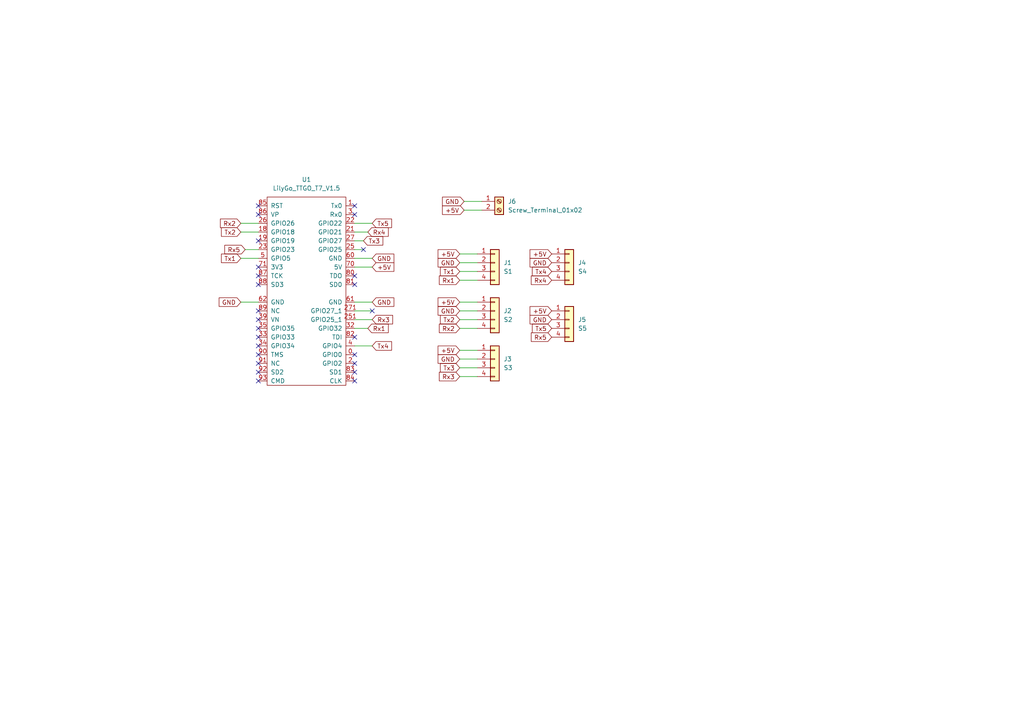
<source format=kicad_sch>
(kicad_sch (version 20211123) (generator eeschema)
  (paper "A4")
  (lib_symbols
    (symbol "Connector:Screw_Terminal_01x02" (pin_names (offset 1.016) hide)
      (property "Reference" "J" (at 0 2.54 0))
      (property "Value" "Screw_Terminal_01x02" (at 0 -5.08 0))
      (symbol "Screw_Terminal_01x02_1_1"
        (rectangle (start -1.27 1.27) (end 1.27 -3.81) (stroke (width 0.254)) (fill (type background)))
        (circle (center 0 -2.54) (radius 0.635) (stroke (width 0.1524)))
        (polyline (pts (xy -0.5334 -2.2098) (xy 0.3302 -3.048)) (stroke (width 0.1524)))
        (polyline (pts (xy -0.5334 0.3302) (xy 0.3302 -0.508)) (stroke (width 0.1524)))
        (polyline (pts (xy -0.3556 -2.032) (xy 0.508 -2.8702)) (stroke (width 0.1524)))
        (polyline (pts (xy -0.3556 0.508) (xy 0.508 -0.3302)) (stroke (width 0.1524)))
        (circle (center 0 0) (radius 0.635) (stroke (width 0.1524)))
        (pin passive line (at -5.08 0 0) (length 3.81) (name "Pin_1") (number "1"))
        (pin passive line (at -5.08 -2.54 0) (length 3.81) (name "Pin_2") (number "2"))
      )
    )
    (symbol "Connector_Generic:Conn_01x04" (pin_names (offset 1.016) hide)
      (property "Reference" "J" (at 0 5.08 0))
      (property "Value" "Conn_01x04" (at 0 -7.62 0))
      (symbol "Conn_01x04_1_1"
        (rectangle (start -1.27 -4.953) (end 0 -5.207) (stroke (width 0.1524)))
        (rectangle (start -1.27 -2.413) (end 0 -2.667) (stroke (width 0.1524)))
        (rectangle (start -1.27 0.127) (end 0 -0.127) (stroke (width 0.1524)))
        (rectangle (start -1.27 2.667) (end 0 2.413) (stroke (width 0.1524)))
        (rectangle (start -1.27 3.81) (end 1.27 -6.35) (stroke (width 0.254)) (fill (type background)))
        (pin passive line (at -5.08 2.54 0) (length 3.81) (name "Pin_1") (number "1"))
        (pin passive line (at -5.08 0 0) (length 3.81) (name "Pin_2") (number "2"))
        (pin passive line (at -5.08 -2.54 0) (length 3.81) (name "Pin_3") (number "3"))
        (pin passive line (at -5.08 -5.08 0) (length 3.81) (name "Pin_4") (number "4"))
      )
    )
    (symbol "MCU_Espressif:LilyGo_TTGO_T7_V1.5" (pin_names (offset 1.016))
      (property "Reference" "U" (at 0 -35.56 0))
      (property "Value" "LilyGo_TTGO_T7_V1.5" (at 1.27 21.59 0))
      (symbol "LilyGo_TTGO_T7_V1.5_0_1"
        (rectangle (start 12.7 -36.83) (end -10.16 17.78))
      )
      (symbol "LilyGo_TTGO_T7_V1.5_1_1"
        (pin bidirectional line (at 15.24 -27.94 180) (length 2.54) (name "GPIO0") (number "0"))
        (pin bidirectional line (at 15.24 15.24 180) (length 2.54) (name "Tx0") (number "1"))
        (pin bidirectional line (at -12.7 7.62 0) (length 2.54) (name "GPIO18") (number "18"))
        (pin bidirectional line (at -12.7 5.08 0) (length 2.54) (name "GPIO19") (number "19"))
        (pin bidirectional line (at 15.24 -30.48 180) (length 2.54) (name "GPIO2") (number "2"))
        (pin bidirectional line (at 15.24 7.62 180) (length 2.54) (name "GPIO21") (number "21"))
        (pin bidirectional line (at 15.24 10.16 180) (length 2.54) (name "GPIO22") (number "22"))
        (pin bidirectional line (at -12.7 2.54 0) (length 2.54) (name "GPIO23") (number "23"))
        (pin bidirectional line (at 15.24 2.54 180) (length 2.54) (name "GPIO25") (number "25"))
        (pin bidirectional line (at 15.24 -17.78 180) (length 2.54) (name "GPIO25_1") (number "251"))
        (pin bidirectional line (at -12.7 10.16 0) (length 2.54) (name "GPIO26") (number "26"))
        (pin bidirectional line (at 15.24 5.08 180) (length 2.54) (name "GPIO27") (number "27"))
        (pin bidirectional line (at 15.24 -15.24 180) (length 2.54) (name "GPIO27_1") (number "271"))
        (pin bidirectional line (at 15.24 12.7 180) (length 2.54) (name "Rx0") (number "3"))
        (pin bidirectional line (at 15.24 -20.32 180) (length 2.54) (name "GPIO32") (number "32"))
        (pin bidirectional line (at -12.7 -22.86 0) (length 2.54) (name "GPIO33") (number "33"))
        (pin bidirectional line (at -12.7 -25.4 0) (length 2.54) (name "GPIO34") (number "34"))
        (pin bidirectional line (at -12.7 -20.32 0) (length 2.54) (name "GPIO35") (number "35"))
        (pin bidirectional line (at -12.7 -17.78 0) (length 2.54) (name "VN") (number "39"))
        (pin bidirectional line (at 15.24 -25.4 180) (length 2.54) (name "GPIO4") (number "4"))
        (pin bidirectional line (at -12.7 0 0) (length 2.54) (name "GPIO5") (number "5"))
        (pin power_in line (at 15.24 0 180) (length 2.54) (name "GND") (number "60"))
        (pin power_in line (at 15.24 -12.7 180) (length 2.54) (name "GND") (number "61"))
        (pin bidirectional line (at -12.7 -12.7 0) (length 2.54) (name "GND") (number "62"))
        (pin power_in line (at 15.24 -2.54 180) (length 2.54) (name "5V") (number "70"))
        (pin bidirectional line (at -12.7 -2.54 0) (length 2.54) (name "3V3") (number "71"))
        (pin bidirectional line (at 15.24 -5.08 180) (length 2.54) (name "TDO") (number "80"))
        (pin bidirectional line (at 15.24 -7.62 180) (length 2.54) (name "SD0") (number "81"))
        (pin bidirectional line (at 15.24 -22.86 180) (length 2.54) (name "TDI") (number "82"))
        (pin bidirectional line (at 15.24 -33.02 180) (length 2.54) (name "SD1") (number "83"))
        (pin bidirectional line (at 15.24 -35.56 180) (length 2.54) (name "CLK") (number "84"))
        (pin bidirectional line (at -12.7 15.24 0) (length 2.54) (name "RST") (number "85"))
        (pin bidirectional line (at -12.7 12.7 0) (length 2.54) (name "VP") (number "86"))
        (pin bidirectional line (at -12.7 -5.08 0) (length 2.54) (name "TCK") (number "87"))
        (pin bidirectional line (at -12.7 -7.62 0) (length 2.54) (name "SD3") (number "88"))
        (pin bidirectional line (at -12.7 -15.24 0) (length 2.54) (name "NC") (number "89"))
        (pin bidirectional line (at -12.7 -27.94 0) (length 2.54) (name "TMS") (number "90"))
        (pin bidirectional line (at -12.7 -30.48 0) (length 2.54) (name "NC") (number "91"))
        (pin bidirectional line (at -12.7 -33.02 0) (length 2.54) (name "SD2") (number "92"))
        (pin bidirectional line (at -12.7 -35.56 0) (length 2.54) (name "CMD") (number "93"))
      )
    )
  )
  (no_connect (at 102.87 82.55))
  (no_connect (at 102.87 80.01))
  (no_connect (at 102.87 97.79))
  (no_connect (at 102.87 102.87))
  (no_connect (at 102.87 105.41))
  (no_connect (at 107.95 90.17))
  (no_connect (at 105.41 72.39))
  (no_connect (at 74.93 77.47))
  (no_connect (at 102.87 107.95))
  (no_connect (at 102.87 110.49))
  (no_connect (at 74.93 110.49))
  (no_connect (at 74.93 107.95))
  (no_connect (at 74.93 105.41))
  (no_connect (at 74.93 102.87))
  (no_connect (at 74.93 100.33))
  (no_connect (at 74.93 97.79))
  (no_connect (at 74.93 95.25))
  (no_connect (at 74.93 92.71))
  (no_connect (at 74.93 90.17))
  (no_connect (at 74.93 82.55))
  (no_connect (at 74.93 80.01))
  (no_connect (at 74.93 69.85))
  (no_connect (at 74.93 62.23))
  (no_connect (at 74.93 59.69))
  (no_connect (at 102.87 59.69))
  (no_connect (at 102.87 62.23))
  (wire (pts (xy 133.35 87.63) (xy 138.43 87.63)))
  (wire (pts (xy 71.12 72.39) (xy 74.93 72.39)))
  (wire (pts (xy 133.35 78.74) (xy 138.43 78.74)))
  (wire (pts (xy 133.35 104.14) (xy 138.43 104.14)))
  (wire (pts (xy 133.35 109.22) (xy 138.43 109.22)))
  (wire (pts (xy 106.68 67.31) (xy 102.87 67.31)))
  (wire (pts (xy 105.41 69.85) (xy 102.87 69.85)))
  (wire (pts (xy 107.95 74.93) (xy 102.87 74.93)))
  (wire (pts (xy 107.95 100.33) (xy 102.87 100.33)))
  (wire (pts (xy 133.35 92.71) (xy 138.43 92.71)))
  (wire (pts (xy 107.95 77.47) (xy 102.87 77.47)))
  (wire (pts (xy 133.35 76.2) (xy 138.43 76.2)))
  (wire (pts (xy 69.85 67.31) (xy 74.93 67.31)))
  (wire (pts (xy 105.41 72.39) (xy 102.87 72.39)))
  (wire (pts (xy 69.85 87.63) (xy 74.93 87.63)))
  (wire (pts (xy 133.35 81.28) (xy 138.43 81.28)))
  (wire (pts (xy 133.35 95.25) (xy 138.43 95.25)))
  (wire (pts (xy 107.95 64.77) (xy 102.87 64.77)))
  (wire (pts (xy 133.35 106.68) (xy 138.43 106.68)))
  (wire (pts (xy 133.35 90.17) (xy 138.43 90.17)))
  (wire (pts (xy 69.85 64.77) (xy 74.93 64.77)))
  (wire (pts (xy 107.95 90.17) (xy 102.87 90.17)))
  (wire (pts (xy 106.68 95.25) (xy 102.87 95.25)))
  (wire (pts (xy 107.95 92.71) (xy 102.87 92.71)))
  (wire (pts (xy 107.95 87.63) (xy 102.87 87.63)))
  (wire (pts (xy 69.85 74.93) (xy 74.93 74.93)))
  (wire (pts (xy 134.62 60.96) (xy 139.7 60.96)))
  (wire (pts (xy 133.35 73.66) (xy 138.43 73.66)))
  (wire (pts (xy 133.35 101.6) (xy 138.43 101.6)))
  (wire (pts (xy 134.62 58.42) (xy 139.7 58.42)))
  (global_label "Rx1" (shape input) (at 106.68 95.25 0) (property "Intersheet References" "${INTERSHEET_REFS}" (effects hide)))
  (global_label "+5V" (shape input) (at 160.02 73.66 180) (property "Intersheet References" "${INTERSHEET_REFS}" (effects hide)))
  (global_label "+5V" (shape input) (at 133.35 73.66 180) (property "Intersheet References" "${INTERSHEET_REFS}" (effects hide)))
  (global_label "GND" (shape input) (at 160.02 76.2 180) (property "Intersheet References" "${INTERSHEET_REFS}" (effects hide)))
  (global_label "Rx4" (shape input) (at 160.02 81.28 180) (property "Intersheet References" "${INTERSHEET_REFS}" (effects hide)))
  (global_label "Rx3" (shape input) (at 107.95 92.71 0) (property "Intersheet References" "${INTERSHEET_REFS}" (effects hide)))
  (global_label "+5V" (shape input) (at 160.02 90.17 180) (property "Intersheet References" "${INTERSHEET_REFS}" (effects hide)))
  (global_label "Tx2" (shape input) (at 69.85 67.31 180) (property "Intersheet References" "${INTERSHEET_REFS}" (effects hide)))
  (global_label "+5V" (shape input) (at 133.35 87.63 180) (property "Intersheet References" "${INTERSHEET_REFS}" (effects hide)))
  (global_label "GND" (shape input) (at 107.95 87.63 0) (property "Intersheet References" "${INTERSHEET_REFS}" (effects hide)))
  (global_label "Rx5" (shape input) (at 71.12 72.39 180) (property "Intersheet References" "${INTERSHEET_REFS}" (effects hide)))
  (global_label "+5V" (shape input) (at 107.95 77.47 0) (property "Intersheet References" "${INTERSHEET_REFS}" (effects hide)))
  (global_label "Tx5" (shape input) (at 107.95 64.77 0) (property "Intersheet References" "${INTERSHEET_REFS}" (effects hide)))
  (global_label "Rx4" (shape input) (at 106.68 67.31 0) (property "Intersheet References" "${INTERSHEET_REFS}" (effects hide)))
  (global_label "GND" (shape input) (at 134.62 58.42 180) (property "Intersheet References" "${INTERSHEET_REFS}" (effects hide)))
  (global_label "GND" (shape input) (at 133.35 90.17 180) (property "Intersheet References" "${INTERSHEET_REFS}" (effects hide)))
  (global_label "Tx4" (shape input) (at 160.02 78.74 180) (property "Intersheet References" "${INTERSHEET_REFS}" (effects hide)))
  (global_label "Rx3" (shape input) (at 133.35 109.22 180) (property "Intersheet References" "${INTERSHEET_REFS}" (effects hide)))
  (global_label "Tx3" (shape input) (at 133.35 106.68 180) (property "Intersheet References" "${INTERSHEET_REFS}" (effects hide)))
  (global_label "Tx5" (shape input) (at 160.02 95.25 180) (property "Intersheet References" "${INTERSHEET_REFS}" (effects hide)))
  (global_label "GND" (shape input) (at 69.85 87.63 180) (property "Intersheet References" "${INTERSHEET_REFS}" (effects hide)))
  (global_label "Tx3" (shape input) (at 105.41 69.85 0) (property "Intersheet References" "${INTERSHEET_REFS}" (effects hide)))
  (global_label "Tx1" (shape input) (at 69.85 74.93 180) (property "Intersheet References" "${INTERSHEET_REFS}" (effects hide)))
  (global_label "Tx1" (shape input) (at 133.35 78.74 180) (property "Intersheet References" "${INTERSHEET_REFS}" (effects hide)))
  (global_label "Rx2" (shape input) (at 69.85 64.77 180) (property "Intersheet References" "${INTERSHEET_REFS}" (effects hide)))
  (global_label "Rx2" (shape input) (at 133.35 95.25 180) (property "Intersheet References" "${INTERSHEET_REFS}" (effects hide)))
  (global_label "GND" (shape input) (at 160.02 92.71 180) (property "Intersheet References" "${INTERSHEET_REFS}" (effects hide)))
  (global_label "GND" (shape input) (at 133.35 104.14 180) (property "Intersheet References" "${INTERSHEET_REFS}" (effects hide)))
  (global_label "Tx2" (shape input) (at 133.35 92.71 180) (property "Intersheet References" "${INTERSHEET_REFS}" (effects hide)))
  (global_label "Tx4" (shape input) (at 107.95 100.33 0) (property "Intersheet References" "${INTERSHEET_REFS}" (effects hide)))
  (global_label "+5V" (shape input) (at 133.35 101.6 180) (property "Intersheet References" "${INTERSHEET_REFS}" (effects hide)))
  (global_label "Rx5" (shape input) (at 160.02 97.79 180) (property "Intersheet References" "${INTERSHEET_REFS}" (effects hide)))
  (global_label "GND" (shape input) (at 133.35 76.2 180) (property "Intersheet References" "${INTERSHEET_REFS}" (effects hide)))
  (global_label "+5V" (shape input) (at 134.62 60.96 180) (property "Intersheet References" "${INTERSHEET_REFS}" (effects hide)))
  (global_label "Rx1" (shape input) (at 133.35 81.28 180) (property "Intersheet References" "${INTERSHEET_REFS}" (effects hide)))
  (global_label "GND" (shape input) (at 107.95 74.93 0) (property "Intersheet References" "${INTERSHEET_REFS}" (effects hide)))
  (symbol (lib_id "Connector:Screw_Terminal_01x02") (at 144.78 58.42 0) (unit 1)
    (property "Reference" "J6" (at 147.32 58.4199 0) (effects (justify left)))
    (property "Value" "Screw_Terminal_01x02" (at 147.32 60.9599 0) (effects (justify left)))
    (property "Footprint" "TerminalBlock:TerminalBlock_bornier-2_P5.08mm" (effects hide))
  )
  (symbol (lib_id "Connector_Generic:Conn_01x04") (at 143.51 104.14 0) (unit 1)
    (property "Reference" "J3" (at 146.05 104.1399 0) (effects (justify left)))
    (property "Value" "S3" (at 146.05 106.6799 0) (effects (justify left)))
    (property "Footprint" "Connector_PinHeader_2.54mm:PinHeader_1x04_P2.54mm_Vertical" (effects hide))
  )
  (symbol (lib_id "Connector_Generic:Conn_01x04") (at 165.1 76.2 0) (unit 1)
    (property "Reference" "J4" (at 167.64 76.1999 0) (effects (justify left)))
    (property "Value" "S4" (at 167.64 78.7399 0) (effects (justify left)))
    (property "Footprint" "Connector_PinHeader_2.54mm:PinHeader_1x04_P2.54mm_Vertical" (effects hide))
  )
  (symbol (lib_id "Connector_Generic:Conn_01x04") (at 143.51 90.17 0) (unit 1)
    (property "Reference" "J2" (at 146.05 90.1699 0) (effects (justify left)))
    (property "Value" "S2" (at 146.05 92.7099 0) (effects (justify left)))
    (property "Footprint" "Connector_PinHeader_2.54mm:PinHeader_1x04_P2.54mm_Vertical" (effects hide))
  )
  (symbol (lib_id "Connector_Generic:Conn_01x04") (at 165.1 92.71 0) (unit 1)
    (property "Reference" "J5" (at 167.64 92.7099 0) (effects (justify left)))
    (property "Value" "S5" (at 167.64 95.2499 0) (effects (justify left)))
    (property "Footprint" "Connector_PinHeader_2.54mm:PinHeader_1x04_P2.54mm_Vertical" (effects hide))
  )
  (symbol (lib_id "Connector_Generic:Conn_01x04") (at 143.51 76.2 0) (unit 1)
    (property "Reference" "J1" (at 146.05 76.1999 0) (effects (justify left)))
    (property "Value" "S1" (at 146.05 78.7399 0) (effects (justify left)))
    (property "Footprint" "Connector_PinHeader_2.54mm:PinHeader_1x04_P2.54mm_Vertical" (effects hide))
  )
  (symbol (lib_id "MCU_Espressif:LilyGo_TTGO_T7_V1.5") (at 87.63 74.93 0) (unit 1)
    (property "Reference" "U1" (at 88.9 52.07 0))
    (property "Value" "LilyGo_TTGO_T7_V1.5" (at 88.9 54.61 0))
    (property "Footprint" "Module:LILYGO_TTGO_T7_V1.5" (effects hide))
  )
)
</source>
